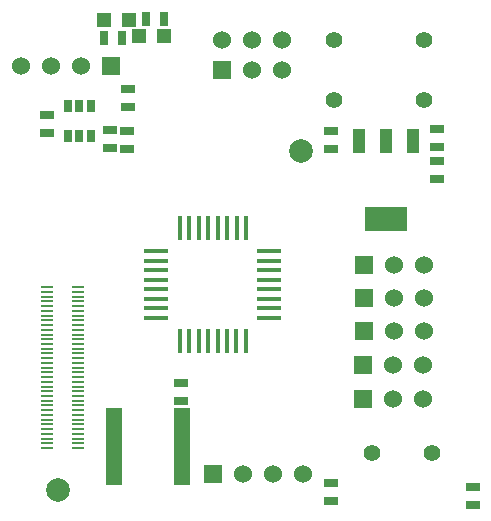
<source format=gts>
G04 (created by PCBNEW (2013-07-07 BZR 4022)-stable) date 12/29/2015 4:32:31 PM*
%MOIN*%
G04 Gerber Fmt 3.4, Leading zero omitted, Abs format*
%FSLAX34Y34*%
G01*
G70*
G90*
G04 APERTURE LIST*
%ADD10C,0.00590551*%
%ADD11R,0.054748X0.027748*%
%ADD12R,0.0787X0.0177*%
%ADD13R,0.0177X0.0787*%
%ADD14C,0.055*%
%ADD15R,0.144X0.08*%
%ADD16R,0.04X0.08*%
%ADD17R,0.045X0.025*%
%ADD18R,0.025X0.045*%
%ADD19R,0.06X0.06*%
%ADD20C,0.06*%
%ADD21R,0.0472X0.0472*%
%ADD22C,0.056*%
%ADD23C,0.0787*%
%ADD24R,0.0448X0.0078*%
%ADD25R,0.0276X0.0394*%
G04 APERTURE END LIST*
G54D10*
G54D11*
X45805Y-38167D03*
X45805Y-38422D03*
X45805Y-38678D03*
X45805Y-38934D03*
X45805Y-39190D03*
X45805Y-39446D03*
X45805Y-39702D03*
X45805Y-39958D03*
X48103Y-39958D03*
X48103Y-39702D03*
X48103Y-39446D03*
X48103Y-39190D03*
X48103Y-38934D03*
X48103Y-38678D03*
X48103Y-38422D03*
X48103Y-38167D03*
X45805Y-40214D03*
X45805Y-40470D03*
X48103Y-40214D03*
X48103Y-40470D03*
G54D12*
X51000Y-32824D03*
X51000Y-33139D03*
X51000Y-33454D03*
X51000Y-33769D03*
X51000Y-34084D03*
X51000Y-34399D03*
X51000Y-34714D03*
X51000Y-35029D03*
X47234Y-35027D03*
X47234Y-32817D03*
X47234Y-33137D03*
X47234Y-33457D03*
X47234Y-33767D03*
X47234Y-34087D03*
X47234Y-34397D03*
X47234Y-34717D03*
G54D13*
X50216Y-35817D03*
X49902Y-35817D03*
X49586Y-35817D03*
X49272Y-35817D03*
X48956Y-35817D03*
X48642Y-35817D03*
X48326Y-35817D03*
X48012Y-35817D03*
X50214Y-32037D03*
X49904Y-32037D03*
X49584Y-32037D03*
X49274Y-32037D03*
X48964Y-32037D03*
X48644Y-32037D03*
X48324Y-32037D03*
X48004Y-32037D03*
G54D14*
X53151Y-27763D03*
X53151Y-25763D03*
X56151Y-27763D03*
X56151Y-25763D03*
G54D15*
X54872Y-31756D03*
G54D16*
X54872Y-29156D03*
X53972Y-29156D03*
X55772Y-29156D03*
G54D17*
X57777Y-40670D03*
X57777Y-41270D03*
X53053Y-40544D03*
X53053Y-41144D03*
X48064Y-37203D03*
X48064Y-37803D03*
X43588Y-28274D03*
X43588Y-28874D03*
X56596Y-29809D03*
X56596Y-30409D03*
X56596Y-28751D03*
X56596Y-29351D03*
X46273Y-27400D03*
X46273Y-28000D03*
X46265Y-28802D03*
X46265Y-29402D03*
X45675Y-28786D03*
X45675Y-29386D03*
X53053Y-28804D03*
X53053Y-29404D03*
G54D18*
X47480Y-25081D03*
X46880Y-25081D03*
G54D19*
X45710Y-26629D03*
G54D20*
X44710Y-26629D03*
X43710Y-26629D03*
X42710Y-26629D03*
G54D19*
X49419Y-26767D03*
G54D20*
X49419Y-25767D03*
X50419Y-26767D03*
X50419Y-25767D03*
X51419Y-26767D03*
X51419Y-25767D03*
G54D19*
X54131Y-37735D03*
G54D20*
X55131Y-37735D03*
X56131Y-37735D03*
G54D19*
X54131Y-36602D03*
G54D20*
X55131Y-36602D03*
X56131Y-36602D03*
G54D19*
X54139Y-35487D03*
G54D20*
X55139Y-35487D03*
X56139Y-35487D03*
G54D19*
X54139Y-34373D03*
G54D20*
X55139Y-34373D03*
X56139Y-34373D03*
G54D19*
X54159Y-33263D03*
G54D20*
X55159Y-33263D03*
X56159Y-33263D03*
G54D21*
X46312Y-25109D03*
X45486Y-25109D03*
X46661Y-25654D03*
X47487Y-25654D03*
G54D22*
X54415Y-39544D03*
X56415Y-39544D03*
G54D23*
X52068Y-29492D03*
X43958Y-40787D03*
G54D24*
X43584Y-39374D03*
X44623Y-39374D03*
X43584Y-39216D03*
X44623Y-39216D03*
X43584Y-39059D03*
X44623Y-39059D03*
X43584Y-38901D03*
X44623Y-38901D03*
X43584Y-38744D03*
X44623Y-38744D03*
X43584Y-38586D03*
X44623Y-38586D03*
X43584Y-38429D03*
X44623Y-38429D03*
X43584Y-38271D03*
X44623Y-38271D03*
X43584Y-38114D03*
X44623Y-38114D03*
X43584Y-37956D03*
X44623Y-37956D03*
X43584Y-37799D03*
X44623Y-37799D03*
X43584Y-37641D03*
X44623Y-37641D03*
X43584Y-37484D03*
X44623Y-37484D03*
X43584Y-37326D03*
X44623Y-37326D03*
X43584Y-37169D03*
X44623Y-37169D03*
X43584Y-37011D03*
X44623Y-37011D03*
X43584Y-36854D03*
X44623Y-36854D03*
X43584Y-36696D03*
X44623Y-36696D03*
X43584Y-36539D03*
X44623Y-36539D03*
X43584Y-36381D03*
X44623Y-36381D03*
X43584Y-36224D03*
X44623Y-36224D03*
X43584Y-36066D03*
X44623Y-36066D03*
X43584Y-35909D03*
X44623Y-35909D03*
X43584Y-35752D03*
X44623Y-35752D03*
X43584Y-35594D03*
X44623Y-35594D03*
X43584Y-35437D03*
X44623Y-35437D03*
X43584Y-35279D03*
X44623Y-35279D03*
X43584Y-35122D03*
X44623Y-35122D03*
X43584Y-34964D03*
X44623Y-34964D03*
X43584Y-34807D03*
X44623Y-34807D03*
X43584Y-34649D03*
X44623Y-34649D03*
X43584Y-34492D03*
X44623Y-34492D03*
X43584Y-34334D03*
X44623Y-34334D03*
X43584Y-34177D03*
X44623Y-34177D03*
X43584Y-34019D03*
X44623Y-34019D03*
G54D25*
X44289Y-27964D03*
X44664Y-27964D03*
X45039Y-27964D03*
X45039Y-28964D03*
X44664Y-28964D03*
X44289Y-28964D03*
G54D18*
X45501Y-25704D03*
X46101Y-25704D03*
G54D19*
X49110Y-40230D03*
G54D20*
X50110Y-40230D03*
X51110Y-40230D03*
X52110Y-40230D03*
M02*

</source>
